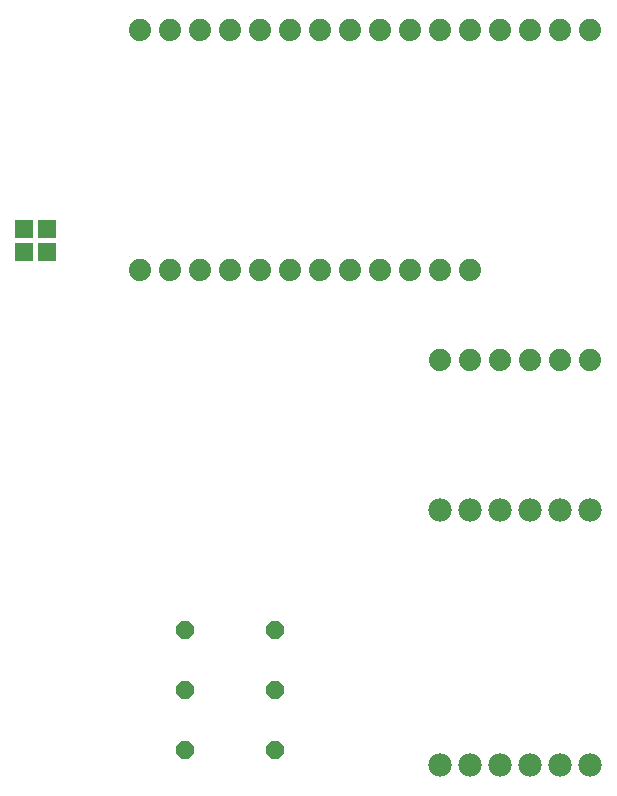
<source format=gbr>
G04 EAGLE Gerber RS-274X export*
G75*
%MOMM*%
%FSLAX34Y34*%
%LPD*%
%INSoldermask Bottom*%
%IPPOS*%
%AMOC8*
5,1,8,0,0,1.08239X$1,22.5*%
G01*
%ADD10R,1.503200X1.503200*%
%ADD11C,1.879600*%
%ADD12C,1.981200*%
%ADD13P,1.649562X8X22.500000*%
%ADD14P,1.649562X8X202.500000*%


D10*
X1056800Y790100D03*
X1056800Y810100D03*
X1076800Y810100D03*
X1076800Y790100D03*
D11*
X1155700Y977900D03*
X1181100Y977900D03*
X1206500Y977900D03*
X1231900Y977900D03*
X1257300Y977900D03*
X1282700Y977900D03*
X1308100Y977900D03*
X1333500Y977900D03*
X1358900Y977900D03*
X1384300Y977900D03*
X1409700Y977900D03*
X1435100Y977900D03*
X1460500Y977900D03*
X1485900Y977900D03*
X1511300Y977900D03*
X1536700Y977900D03*
X1435100Y774700D03*
X1409700Y774700D03*
X1384300Y774700D03*
X1358900Y774700D03*
X1333500Y774700D03*
X1308100Y774700D03*
X1282700Y774700D03*
X1257300Y774700D03*
X1231900Y774700D03*
X1206500Y774700D03*
X1181100Y774700D03*
X1155700Y774700D03*
X1409700Y698500D03*
X1435100Y698500D03*
X1460500Y698500D03*
X1485900Y698500D03*
X1511300Y698500D03*
X1536700Y698500D03*
D12*
X1409700Y571500D03*
X1435100Y571500D03*
X1460500Y571500D03*
X1485900Y571500D03*
X1511300Y571500D03*
X1536700Y571500D03*
X1409700Y355600D03*
X1435100Y355600D03*
X1460500Y355600D03*
X1485900Y355600D03*
X1511300Y355600D03*
X1536700Y355600D03*
D13*
X1193800Y469900D03*
X1270000Y469900D03*
D14*
X1270000Y419100D03*
X1193800Y419100D03*
D13*
X1193800Y368300D03*
X1270000Y368300D03*
M02*

</source>
